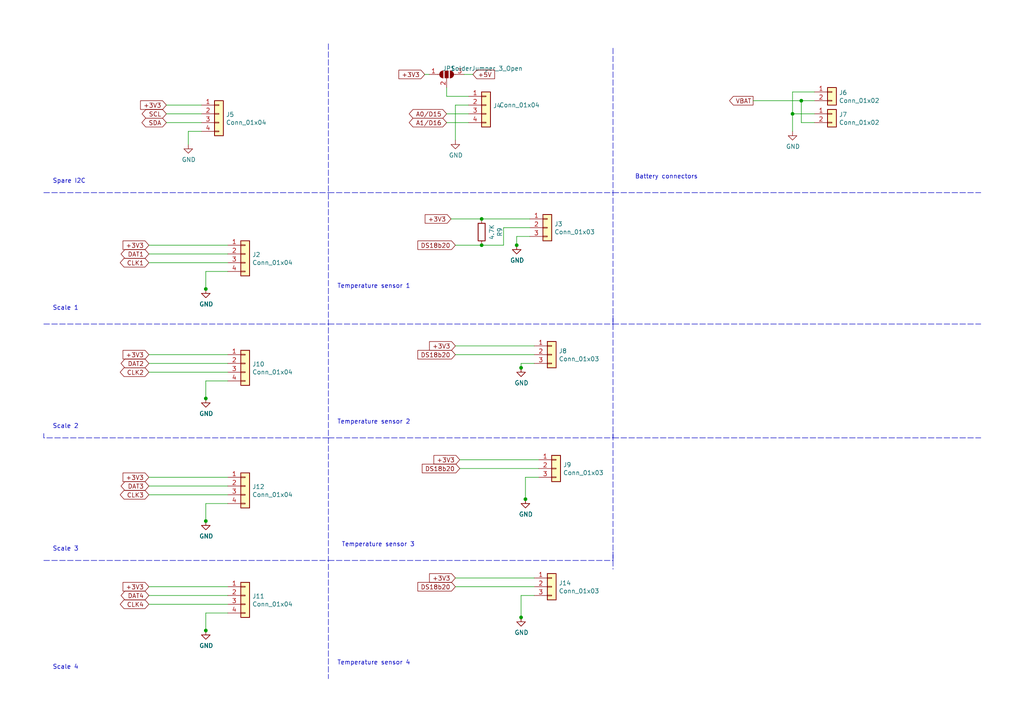
<source format=kicad_sch>
(kicad_sch (version 20211123) (generator eeschema)
  (paper "A4")
  (title_block (title "Open_beehive_scale_board") (date "2022-05-09") (rev "V0.1") (company "Ratamuse"))
  (lib_symbols
    (symbol "Connector_Generic:Conn_01x02" (pin_names (offset 1.016) hide)
      (property "Reference" "J" (at 0 2.54 0))
      (property "Value" "Conn_01x02" (at 0 -5.08 0))
      (symbol "Conn_01x02_1_1"
        (rectangle (start -1.27 -2.413) (end 0 -2.667) (stroke (width 0.1524)))
        (rectangle (start -1.27 0.127) (end 0 -0.127) (stroke (width 0.1524)))
        (rectangle (start -1.27 1.27) (end 1.27 -3.81) (stroke (width 0.254)) (fill (type background)))
        (pin passive line (at -5.08 0 0) (length 3.81) (name "Pin_1") (number "1"))
        (pin passive line (at -5.08 -2.54 0) (length 3.81) (name "Pin_2") (number "2"))
      )
    )
    (symbol "Connector_Generic:Conn_01x03" (pin_names (offset 1.016) hide)
      (property "Reference" "J" (at 0 5.08 0))
      (property "Value" "Conn_01x03" (at 0 -5.08 0))
      (symbol "Conn_01x03_1_1"
        (rectangle (start -1.27 -2.413) (end 0 -2.667) (stroke (width 0.1524)))
        (rectangle (start -1.27 0.127) (end 0 -0.127) (stroke (width 0.1524)))
        (rectangle (start -1.27 2.667) (end 0 2.413) (stroke (width 0.1524)))
        (rectangle (start -1.27 3.81) (end 1.27 -3.81) (stroke (width 0.254)) (fill (type background)))
        (pin passive line (at -5.08 2.54 0) (length 3.81) (name "Pin_1") (number "1"))
        (pin passive line (at -5.08 0 0) (length 3.81) (name "Pin_2") (number "2"))
        (pin passive line (at -5.08 -2.54 0) (length 3.81) (name "Pin_3") (number "3"))
      )
    )
    (symbol "Connector_Generic:Conn_01x04" (pin_names (offset 1.016) hide)
      (property "Reference" "J" (at 0 5.08 0))
      (property "Value" "Conn_01x04" (at 0 -7.62 0))
      (symbol "Conn_01x04_1_1"
        (rectangle (start -1.27 -4.953) (end 0 -5.207) (stroke (width 0.1524)))
        (rectangle (start -1.27 -2.413) (end 0 -2.667) (stroke (width 0.1524)))
        (rectangle (start -1.27 0.127) (end 0 -0.127) (stroke (width 0.1524)))
        (rectangle (start -1.27 2.667) (end 0 2.413) (stroke (width 0.1524)))
        (rectangle (start -1.27 3.81) (end 1.27 -6.35) (stroke (width 0.254)) (fill (type background)))
        (pin passive line (at -5.08 2.54 0) (length 3.81) (name "Pin_1") (number "1"))
        (pin passive line (at -5.08 0 0) (length 3.81) (name "Pin_2") (number "2"))
        (pin passive line (at -5.08 -2.54 0) (length 3.81) (name "Pin_3") (number "3"))
        (pin passive line (at -5.08 -5.08 0) (length 3.81) (name "Pin_4") (number "4"))
      )
    )
    (symbol "Device:R" (pin_numbers hide) (pin_names (offset 0))
      (property "Reference" "R" (at 2.032 0 90))
      (property "Value" "R" (at 0 0 90))
      (symbol "R_0_1"
        (rectangle (start -1.016 -2.54) (end 1.016 2.54) (stroke (width 0.254)))
      )
      (symbol "R_1_1"
        (pin passive line (at 0 3.81 270) (length 1.27) (name "~") (number "1"))
        (pin passive line (at 0 -3.81 90) (length 1.27) (name "~") (number "2"))
      )
    )
    (symbol "power:GND" (power) (pin_names (offset 0))
      (property "Value" "GND" (at 0 -3.81 0))
      (symbol "GND_0_1"
        (polyline (pts (xy 0 0) (xy 0 -1.27) (xy 1.27 -1.27) (xy 0 -2.54) (xy -1.27 -1.27) (xy 0 -1.27)))
      )
      (symbol "GND_1_1"
        (pin power_in line (at 0 0 270) (length 0) hide (name "GND") (number "1"))
      )
    )
    (symbol "ruche-rescue:SolderJumper_3_Open-Jumper" (pin_names (offset 0) hide)
      (property "Reference" "JP" (at -2.54 -2.54 0))
      (property "Value" "SolderJumper_3_Open-Jumper" (at 0 2.794 0))
      (symbol "SolderJumper_3_Open-Jumper_0_1"
        (arc (start -1.016 1.016) (mid -2.032 0) (end -1.016 -1.016))
        (arc (start -1.016 1.016) (mid -2.032 0) (end -1.016 -1.016) (fill (type outline)))
        (rectangle (start -0.508 1.016) (end 0.508 -1.016) (fill (type outline)))
        (polyline (pts (xy -2.54 0) (xy -2.032 0)))
        (polyline (pts (xy -1.016 1.016) (xy -1.016 -1.016)))
        (polyline (pts (xy 0 -1.27) (xy 0 -1.016)))
        (polyline (pts (xy 1.016 1.016) (xy 1.016 -1.016)))
        (polyline (pts (xy 2.54 0) (xy 2.032 0)))
        (arc (start 1.016 -1.016) (mid 2.032 0) (end 1.016 1.016))
        (arc (start 1.016 -1.016) (mid 2.032 0) (end 1.016 1.016) (fill (type outline)))
      )
      (symbol "SolderJumper_3_Open-Jumper_1_1"
        (pin passive line (at -5.08 0 0) (length 2.54) (name "A") (number "1"))
        (pin input line (at 0 -3.81 90) (length 2.54) (name "C") (number "2"))
        (pin passive line (at 5.08 0 180) (length 2.54) (name "B") (number "3"))
      )
    )
  )
  (junction (at 139.7 71.12))
  (junction (at 232.41 29.21))
  (junction (at 59.69 151.13))
  (junction (at 139.7 63.5))
  (junction (at 59.69 83.82))
  (junction (at 59.69 182.88))
  (junction (at 152.4 144.78))
  (junction (at 59.69 115.57))
  (junction (at 229.87 33.02))
  (junction (at 151.13 179.07))
  (junction (at 151.13 106.68))
  (junction (at 149.86 71.12))
  (wire (pts (xy 151.13 106.68) (xy 151.13 105.41)))
  (wire (pts (xy 132.08 170.18) (xy 154.94 170.18)))
  (wire (pts (xy 218.44 29.21) (xy 232.41 29.21)))
  (wire (pts (xy 229.87 33.02) (xy 229.87 26.67)))
  (wire (pts (xy 132.08 30.48) (xy 132.08 40.64)))
  (wire (pts (xy 66.04 146.05) (xy 59.69 146.05)))
  (wire (pts (xy 132.08 167.64) (xy 154.94 167.64)))
  (wire (pts (xy 129.54 27.94) (xy 135.89 27.94)))
  (polyline (pts (xy 12.7 93.98) (xy 95.25 93.98)))
  (wire (pts (xy 132.08 71.12) (xy 139.7 71.12)))
  (polyline (pts (xy 177.8 55.88) (xy 284.48 55.88)))
  (wire (pts (xy 129.54 27.94) (xy 129.54 25.4)))
  (wire (pts (xy 123.19 21.59) (xy 124.46 21.59)))
  (polyline (pts (xy 12.7 162.56) (xy 95.25 162.56)))
  (polyline (pts (xy 177.8 93.98) (xy 177.8 91.44)))
  (wire (pts (xy 153.67 63.5) (xy 139.7 63.5)))
  (wire (pts (xy 66.04 107.95) (xy 43.18 107.95)))
  (wire (pts (xy 153.67 68.58) (xy 149.86 68.58)))
  (wire (pts (xy 133.35 135.89) (xy 156.21 135.89)))
  (wire (pts (xy 58.42 33.02) (xy 48.26 33.02)))
  (wire (pts (xy 229.87 33.02) (xy 236.22 33.02)))
  (wire (pts (xy 146.05 66.04) (xy 146.05 71.12)))
  (wire (pts (xy 134.62 21.59) (xy 137.16 21.59)))
  (wire (pts (xy 58.42 38.1) (xy 54.61 38.1)))
  (wire (pts (xy 139.7 71.12) (xy 146.05 71.12)))
  (wire (pts (xy 232.41 35.56) (xy 236.22 35.56)))
  (polyline (pts (xy 12.7 125.73) (xy 12.7 127)))
  (wire (pts (xy 152.4 138.43) (xy 152.4 144.78)))
  (wire (pts (xy 66.04 175.26) (xy 43.18 175.26)))
  (wire (pts (xy 229.87 26.67) (xy 236.22 26.67)))
  (wire (pts (xy 135.89 35.56) (xy 129.54 35.56)))
  (wire (pts (xy 149.86 68.58) (xy 149.86 71.12)))
  (polyline (pts (xy 95.25 127) (xy 177.8 127)))
  (wire (pts (xy 66.04 73.66) (xy 43.18 73.66)))
  (wire (pts (xy 66.04 172.72) (xy 43.18 172.72)))
  (wire (pts (xy 156.21 138.43) (xy 152.4 138.43)))
  (wire (pts (xy 48.26 35.56) (xy 58.42 35.56)))
  (polyline (pts (xy 177.8 127) (xy 177.8 125.73)))
  (wire (pts (xy 135.89 33.02) (xy 129.54 33.02)))
  (wire (pts (xy 66.04 102.87) (xy 43.18 102.87)))
  (polyline (pts (xy 95.25 55.88) (xy 177.8 55.88)))
  (wire (pts (xy 154.94 105.41) (xy 151.13 105.41)))
  (wire (pts (xy 59.69 78.74) (xy 59.69 83.82)))
  (polyline (pts (xy 95.25 127) (xy 12.7 127)))
  (wire (pts (xy 59.69 110.49) (xy 59.69 115.57)))
  (wire (pts (xy 151.13 172.72) (xy 151.13 179.07)))
  (wire (pts (xy 48.26 30.48) (xy 58.42 30.48)))
  (wire (pts (xy 66.04 140.97) (xy 43.18 140.97)))
  (polyline (pts (xy 177.8 93.98) (xy 284.48 93.98)))
  (polyline (pts (xy 95.25 12.7) (xy 95.25 196.85)))
  (wire (pts (xy 232.41 35.56) (xy 232.41 29.21)))
  (wire (pts (xy 229.87 33.02) (xy 229.87 38.1)))
  (wire (pts (xy 153.67 66.04) (xy 146.05 66.04)))
  (wire (pts (xy 66.04 177.8) (xy 59.69 177.8)))
  (polyline (pts (xy 95.25 162.56) (xy 177.8 162.56)))
  (wire (pts (xy 154.94 172.72) (xy 151.13 172.72)))
  (polyline (pts (xy 177.8 162.56) (xy 177.8 160.02)))
  (polyline (pts (xy 95.25 93.98) (xy 177.8 93.98)))
  (wire (pts (xy 132.08 102.87) (xy 154.94 102.87)))
  (wire (pts (xy 139.7 63.5) (xy 130.81 63.5)))
  (polyline (pts (xy 12.7 55.88) (xy 95.25 55.88)))
  (wire (pts (xy 59.69 177.8) (xy 59.69 182.88)))
  (wire (pts (xy 59.69 146.05) (xy 59.69 151.13)))
  (wire (pts (xy 66.04 76.2) (xy 43.18 76.2)))
  (wire (pts (xy 66.04 143.51) (xy 43.18 143.51)))
  (wire (pts (xy 133.35 133.35) (xy 156.21 133.35)))
  (wire (pts (xy 66.04 78.74) (xy 59.69 78.74)))
  (wire (pts (xy 66.04 170.18) (xy 43.18 170.18)))
  (wire (pts (xy 66.04 138.43) (xy 43.18 138.43)))
  (wire (pts (xy 66.04 110.49) (xy 59.69 110.49)))
  (wire (pts (xy 132.08 100.33) (xy 154.94 100.33)))
  (wire (pts (xy 54.61 38.1) (xy 54.61 41.91)))
  (wire (pts (xy 66.04 71.12) (xy 43.18 71.12)))
  (wire (pts (xy 66.04 105.41) (xy 43.18 105.41)))
  (wire (pts (xy 135.89 30.48) (xy 132.08 30.48)))
  (wire (pts (xy 232.41 29.21) (xy 236.22 29.21)))
  (polyline (pts (xy 177.8 13.97) (xy 177.8 165.1)))
  (polyline (pts (xy 177.8 127) (xy 284.48 127)))
  (text "Scale 4" (at 15.24 194.31 0) (effects (font (size 1.27 1.27)) (justify left bottom)))
  (text "Scale 2" (at 15.24 124.46 0) (effects (font (size 1.27 1.27)) (justify left bottom)))
  (text "Scale 3\n" (at 15.24 160.02 0) (effects (font (size 1.27 1.27)) (justify left bottom)))
  (text "Scale 1\n" (at 15.24 90.17 0) (effects (font (size 1.27 1.27)) (justify left bottom)))
  (text "Temperature sensor 2\n" (at 97.79 123.19 0) (effects (font (size 1.27 1.27)) (justify left bottom)))
  (text "Battery connectors" (at 184.15 52.07 0) (effects (font (size 1.27 1.27)) (justify left bottom)))
  (text "Spare I2C" (at 15.24 53.34 0) (effects (font (size 1.27 1.27)) (justify left bottom)))
  (text "Temperature sensor 1" (at 97.79 83.82 0) (effects (font (size 1.27 1.27)) (justify left bottom)))
  (text "Temperature sensor 3\n" (at 99.06 158.75 0) (effects (font (size 1.27 1.27)) (justify left bottom)))
  (text "Temperature sensor 4" (at 97.79 193.04 0) (effects (font (size 1.27 1.27)) (justify left bottom)))
  (global_label "A1{slash}D16" (shape bidirectional) (at 129.54 35.56 180) (property "Intersheet References" "${INTERSHEET_REFS}" (effects hide)))
  (global_label "DAT3" (shape bidirectional) (at 43.18 140.97 180) (property "Intersheet References" "${INTERSHEET_REFS}" (effects hide)))
  (global_label "CLK1" (shape bidirectional) (at 43.18 76.2 180) (property "Intersheet References" "${INTERSHEET_REFS}" (effects hide)))
  (global_label "+3V3" (shape input) (at 123.19 21.59 180) (property "Intersheet References" "${INTERSHEET_REFS}" (effects hide)))
  (global_label "DAT1" (shape bidirectional) (at 43.18 73.66 180) (property "Intersheet References" "${INTERSHEET_REFS}" (effects hide)))
  (global_label "DS18b20" (shape input) (at 132.08 170.18 180) (property "Intersheet References" "${INTERSHEET_REFS}" (effects hide)))
  (global_label "DS18b20" (shape input) (at 133.35 135.89 180) (property "Intersheet References" "${INTERSHEET_REFS}" (effects hide)))
  (global_label "SCL" (shape bidirectional) (at 48.26 33.02 180) (property "Intersheet References" "${INTERSHEET_REFS}" (effects hide)))
  (global_label "VBAT" (shape output) (at 218.44 29.21 180) (property "Intersheet References" "${INTERSHEET_REFS}" (effects hide)))
  (global_label "+5V" (shape input) (at 137.16 21.59 0) (property "Intersheet References" "${INTERSHEET_REFS}" (effects hide)))
  (global_label "+3V3" (shape input) (at 133.35 133.35 180) (property "Intersheet References" "${INTERSHEET_REFS}" (effects hide)))
  (global_label "+3V3" (shape input) (at 48.26 30.48 180) (property "Intersheet References" "${INTERSHEET_REFS}" (effects hide)))
  (global_label "DAT2" (shape bidirectional) (at 43.18 105.41 180) (property "Intersheet References" "${INTERSHEET_REFS}" (effects hide)))
  (global_label "+3V3" (shape input) (at 130.81 63.5 180) (property "Intersheet References" "${INTERSHEET_REFS}" (effects hide)))
  (global_label "DS18b20" (shape input) (at 132.08 102.87 180) (property "Intersheet References" "${INTERSHEET_REFS}" (effects hide)))
  (global_label "+3V3" (shape input) (at 132.08 100.33 180) (property "Intersheet References" "${INTERSHEET_REFS}" (effects hide)))
  (global_label "CLK2" (shape bidirectional) (at 43.18 107.95 180) (property "Intersheet References" "${INTERSHEET_REFS}" (effects hide)))
  (global_label "+3V3" (shape input) (at 43.18 102.87 180) (property "Intersheet References" "${INTERSHEET_REFS}" (effects hide)))
  (global_label "+3V3" (shape input) (at 43.18 71.12 180) (property "Intersheet References" "${INTERSHEET_REFS}" (effects hide)))
  (global_label "+3V3" (shape input) (at 43.18 170.18 180) (property "Intersheet References" "${INTERSHEET_REFS}" (effects hide)))
  (global_label "CLK3" (shape bidirectional) (at 43.18 143.51 180) (property "Intersheet References" "${INTERSHEET_REFS}" (effects hide)))
  (global_label "DS18b20" (shape input) (at 132.08 71.12 180) (property "Intersheet References" "${INTERSHEET_REFS}" (effects hide)))
  (global_label "A0{slash}D15" (shape bidirectional) (at 129.54 33.02 180) (property "Intersheet References" "${INTERSHEET_REFS}" (effects hide)))
  (global_label "CLK4" (shape bidirectional) (at 43.18 175.26 180) (property "Intersheet References" "${INTERSHEET_REFS}" (effects hide)))
  (global_label "+3V3" (shape input) (at 43.18 138.43 180) (property "Intersheet References" "${INTERSHEET_REFS}" (effects hide)))
  (global_label "+3V3" (shape input) (at 132.08 167.64 180) (property "Intersheet References" "${INTERSHEET_REFS}" (effects hide)))
  (global_label "DAT4" (shape bidirectional) (at 43.18 172.72 180) (property "Intersheet References" "${INTERSHEET_REFS}" (effects hide)))
  (global_label "SDA" (shape bidirectional) (at 48.26 35.56 180) (property "Intersheet References" "${INTERSHEET_REFS}" (effects hide)))
  (symbol (lib_id "power:GND") (at 59.69 115.57 0) (unit 1)
    (property "Reference" "#PWR0147" (effects hide))
    (property "Value" "GND" (at 59.817 119.9642 0))
  )
  (symbol (lib_id "power:GND") (at 54.61 41.91 0) (unit 1)
    (property "Reference" "#PWR0128" (effects hide))
    (property "Value" "GND" (at 54.737 46.3042 0))
  )
  (symbol (lib_id "power:GND") (at 59.69 115.57 0) (unit 1)
    (property "Reference" "#PWR0146" (effects hide))
    (property "Value" "GND" (at 59.817 119.9642 0))
  )
  (symbol (lib_id "power:GND") (at 152.4 144.78 0) (unit 1)
    (property "Reference" "#PWR0109" (effects hide))
    (property "Value" "GND" (at 152.527 149.1742 0))
  )
  (symbol (lib_id "power:GND") (at 59.69 83.82 0) (unit 1)
    (property "Reference" "#PWR0138" (effects hide))
    (property "Value" "GND" (at 59.817 88.2142 0))
  )
  (symbol (lib_id "power:GND") (at 59.69 151.13 0) (unit 1)
    (property "Reference" "#PWR0148" (effects hide))
    (property "Value" "GND" (at 59.817 155.5242 0))
  )
  (symbol (lib_id "power:GND") (at 152.4 144.78 0) (unit 1)
    (property "Reference" "#PWR0112" (effects hide))
    (property "Value" "GND" (at 152.527 149.1742 0))
  )
  (symbol (lib_id "power:GND") (at 151.13 179.07 0) (unit 1)
    (property "Reference" "#PWR0121" (effects hide))
    (property "Value" "GND" (at 151.257 183.4642 0))
  )
  (symbol (lib_id "Connector_Generic:Conn_01x03") (at 158.75 66.04 0) (unit 1)
    (property "Reference" "J3" (at 160.782 64.9732 0) (effects (justify left)))
    (property "Value" "Conn_01x03" (at 160.782 67.2846 0) (effects (justify left)))
    (property "Footprint" "Connector_JST:JST_PH_B3B-PH-K_1x03_P2.00mm_Vertical" (effects hide))
  )
  (symbol (lib_id "power:GND") (at 59.69 151.13 0) (unit 1)
    (property "Reference" "#PWR0149" (effects hide))
    (property "Value" "GND" (at 59.817 155.5242 0))
  )
  (symbol (lib_id "power:GND") (at 59.69 182.88 0) (unit 1)
    (property "Reference" "#PWR0150" (effects hide))
    (property "Value" "GND" (at 59.817 187.2742 0))
  )
  (symbol (lib_id "Connector_Generic:Conn_01x04") (at 140.97 30.48 0) (unit 1)
    (property "Reference" "J4" (at 143.002 30.6832 0) (effects (justify left)))
    (property "Value" "Conn_01x04" (at 144.78 30.48 0) (effects (justify left)))
    (property "Footprint" "Connector_JST:JST_PH_B4B-PH-K_1x04_P2.00mm_Vertical" (effects hide))
  )
  (symbol (lib_id "ruche-rescue:SolderJumper_3_Open-Jumper") (at 129.54 21.59 0) (unit 1)
    (property "Reference" "JP1" (at 128.3716 19.8628 0) (effects (justify left)))
    (property "Value" "SolderJumper_3_Open" (at 130.683 19.8628 0) (effects (justify left)))
    (property "Footprint" "Jumper:SolderJumper-3_P1.3mm_Open_RoundedPad1.0x1.5mm_NumberLabels" (effects hide))
  )
  (symbol (lib_id "Connector_Generic:Conn_01x04") (at 71.12 73.66 0) (unit 1)
    (property "Reference" "J2" (at 73.152 73.8632 0) (effects (justify left)))
    (property "Value" "Conn_01x04" (at 73.152 76.1746 0) (effects (justify left)))
    (property "Footprint" "Connector_JST:JST_PH_B4B-PH-K_1x04_P2.00mm_Vertical" (effects hide))
  )
  (symbol (lib_id "Connector_Generic:Conn_01x04") (at 71.12 140.97 0) (unit 1)
    (property "Reference" "J12" (at 73.152 141.1732 0) (effects (justify left)))
    (property "Value" "Conn_01x04" (at 73.152 143.4846 0) (effects (justify left)))
    (property "Footprint" "Connector_JST:JST_PH_B4B-PH-K_1x04_P2.00mm_Vertical" (effects hide))
  )
  (symbol (lib_id "Connector_Generic:Conn_01x03") (at 161.29 135.89 0) (unit 1)
    (property "Reference" "J9" (at 163.322 134.8232 0) (effects (justify left)))
    (property "Value" "Conn_01x03" (at 163.322 137.1346 0) (effects (justify left)))
    (property "Footprint" "Connector_JST:JST_PH_B3B-PH-K_1x03_P2.00mm_Vertical" (effects hide))
  )
  (symbol (lib_id "power:GND") (at 59.69 83.82 0) (unit 1)
    (property "Reference" "#PWR0139" (effects hide))
    (property "Value" "GND" (at 59.817 88.2142 0))
  )
  (symbol (lib_id "Device:R") (at 139.7 67.31 180) (unit 1)
    (property "Reference" "R9" (at 144.9578 67.31 90))
    (property "Value" "4.7K" (at 142.6464 67.31 90))
    (property "Footprint" "Resistor_SMD:R_0603_1608Metric" (effects hide))
  )
  (symbol (lib_id "power:GND") (at 149.86 71.12 0) (unit 1)
    (property "Reference" "#PWR0141" (effects hide))
    (property "Value" "GND" (at 149.987 75.5142 0))
  )
  (symbol (lib_id "power:GND") (at 132.08 40.64 0) (unit 1)
    (property "Reference" "#PWR0127" (effects hide))
    (property "Value" "GND" (at 132.207 45.0342 0))
  )
  (symbol (lib_id "power:GND") (at 151.13 106.68 0) (unit 1)
    (property "Reference" "#PWR0102" (effects hide))
    (property "Value" "GND" (at 151.257 111.0742 0))
  )
  (symbol (lib_id "Connector_Generic:Conn_01x04") (at 71.12 105.41 0) (unit 1)
    (property "Reference" "J10" (at 73.152 105.6132 0) (effects (justify left)))
    (property "Value" "Conn_01x04" (at 73.152 107.9246 0) (effects (justify left)))
    (property "Footprint" "Connector_JST:JST_PH_B4B-PH-K_1x04_P2.00mm_Vertical" (effects hide))
  )
  (symbol (lib_id "power:GND") (at 149.86 71.12 0) (unit 1)
    (property "Reference" "#PWR0140" (effects hide))
    (property "Value" "GND" (at 149.987 75.5142 0))
  )
  (symbol (lib_id "Connector_Generic:Conn_01x03") (at 160.02 170.18 0) (unit 1)
    (property "Reference" "J14" (at 162.052 169.1132 0) (effects (justify left)))
    (property "Value" "Conn_01x03" (at 162.052 171.4246 0) (effects (justify left)))
    (property "Footprint" "Connector_JST:JST_PH_B3B-PH-K_1x03_P2.00mm_Vertical" (effects hide))
  )
  (symbol (lib_id "power:GND") (at 229.87 38.1 0) (unit 1)
    (property "Reference" "#PWR0103" (effects hide))
    (property "Value" "GND" (at 229.997 42.4942 0))
  )
  (symbol (lib_id "Connector_Generic:Conn_01x04") (at 71.12 172.72 0) (unit 1)
    (property "Reference" "J11" (at 73.152 172.9232 0) (effects (justify left)))
    (property "Value" "Conn_01x04" (at 73.152 175.2346 0) (effects (justify left)))
    (property "Footprint" "Connector_JST:JST_PH_B4B-PH-K_1x04_P2.00mm_Vertical" (effects hide))
  )
  (symbol (lib_id "Connector_Generic:Conn_01x03") (at 160.02 102.87 0) (unit 1)
    (property "Reference" "J8" (at 162.052 101.8032 0) (effects (justify left)))
    (property "Value" "Conn_01x03" (at 162.052 104.1146 0) (effects (justify left)))
    (property "Footprint" "Connector_JST:JST_PH_B3B-PH-K_1x03_P2.00mm_Vertical" (effects hide))
  )
  (symbol (lib_id "Connector_Generic:Conn_01x02") (at 241.3 33.02 0) (unit 1)
    (property "Reference" "J7" (at 243.332 33.2232 0) (effects (justify left)))
    (property "Value" "Conn_01x02" (at 243.332 35.5346 0) (effects (justify left)))
    (property "Footprint" "Connector_JST:JST_PH_B2B-PH-K_1x02_P2.00mm_Vertical" (effects hide))
  )
  (symbol (lib_id "power:GND") (at 151.13 106.68 0) (unit 1)
    (property "Reference" "#PWR0104" (effects hide))
    (property "Value" "GND" (at 151.257 111.0742 0))
  )
  (symbol (lib_id "Connector_Generic:Conn_01x02") (at 241.3 26.67 0) (unit 1)
    (property "Reference" "J6" (at 243.332 26.8732 0) (effects (justify left)))
    (property "Value" "Conn_01x02" (at 243.332 29.1846 0) (effects (justify left)))
    (property "Footprint" "Connector_JST:JST_PH_B2B-PH-K_1x02_P2.00mm_Vertical" (effects hide))
  )
  (symbol (lib_id "Connector_Generic:Conn_01x04") (at 63.5 33.02 0) (unit 1)
    (property "Reference" "J5" (at 65.532 33.2232 0) (effects (justify left)))
    (property "Value" "Conn_01x04" (at 65.532 35.5346 0) (effects (justify left)))
    (property "Footprint" "Connector_JST:JST_PH_B4B-PH-K_1x04_P2.00mm_Vertical" (effects hide))
  )
  (symbol (lib_id "power:GND") (at 151.13 179.07 0) (unit 1)
    (property "Reference" "#PWR0122" (effects hide))
    (property "Value" "GND" (at 151.257 183.4642 0))
  )
  (symbol (lib_id "power:GND") (at 59.69 182.88 0) (unit 1)
    (property "Reference" "#PWR0151" (effects hide))
    (property "Value" "GND" (at 59.817 187.2742 0))
  )
)
</source>
